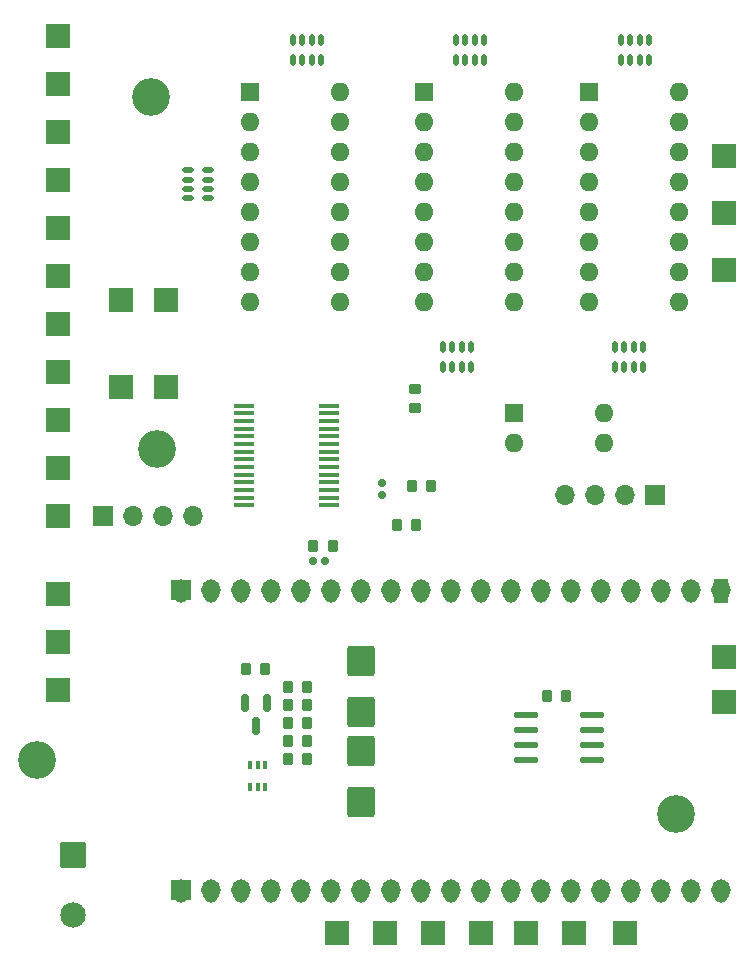
<source format=gts>
G04 #@! TF.GenerationSoftware,KiCad,Pcbnew,8.0.9-8.0.9-0~ubuntu22.04.1*
G04 #@! TF.CreationDate,2025-03-11T20:39:27+01:00*
G04 #@! TF.ProjectId,BrakeOutBoard,4272616b-654f-4757-9442-6f6172642e6b,rev?*
G04 #@! TF.SameCoordinates,Original*
G04 #@! TF.FileFunction,Soldermask,Top*
G04 #@! TF.FilePolarity,Negative*
%FSLAX46Y46*%
G04 Gerber Fmt 4.6, Leading zero omitted, Abs format (unit mm)*
G04 Created by KiCad (PCBNEW 8.0.9-8.0.9-0~ubuntu22.04.1) date 2025-03-11 20:39:27*
%MOMM*%
%LPD*%
G01*
G04 APERTURE LIST*
G04 Aperture macros list*
%AMRoundRect*
0 Rectangle with rounded corners*
0 $1 Rounding radius*
0 $2 $3 $4 $5 $6 $7 $8 $9 X,Y pos of 4 corners*
0 Add a 4 corners polygon primitive as box body*
4,1,4,$2,$3,$4,$5,$6,$7,$8,$9,$2,$3,0*
0 Add four circle primitives for the rounded corners*
1,1,$1+$1,$2,$3*
1,1,$1+$1,$4,$5*
1,1,$1+$1,$6,$7*
1,1,$1+$1,$8,$9*
0 Add four rect primitives between the rounded corners*
20,1,$1+$1,$2,$3,$4,$5,0*
20,1,$1+$1,$4,$5,$6,$7,0*
20,1,$1+$1,$6,$7,$8,$9,0*
20,1,$1+$1,$8,$9,$2,$3,0*%
G04 Aperture macros list end*
%ADD10R,1.200000X2.000000*%
%ADD11O,1.200000X2.000000*%
%ADD12R,1.600000X1.600000*%
%ADD13O,1.600000X1.600000*%
%ADD14RoundRect,0.219000X0.219000X0.294000X-0.219000X0.294000X-0.219000X-0.294000X0.219000X-0.294000X0*%
%ADD15RoundRect,0.150000X-0.150000X0.590000X-0.150000X-0.590000X0.150000X-0.590000X0.150000X0.590000X0*%
%ADD16RoundRect,0.250001X0.799999X-0.799999X0.799999X0.799999X-0.799999X0.799999X-0.799999X-0.799999X0*%
%ADD17RoundRect,0.250001X0.799999X0.799999X-0.799999X0.799999X-0.799999X-0.799999X0.799999X-0.799999X0*%
%ADD18RoundRect,0.102000X-0.975000X0.975000X-0.975000X-0.975000X0.975000X-0.975000X0.975000X0.975000X0*%
%ADD19C,2.154000*%
%ADD20O,0.476000X0.976000*%
%ADD21RoundRect,0.250001X-0.799999X-0.799999X0.799999X-0.799999X0.799999X0.799999X-0.799999X0.799999X0*%
%ADD22RoundRect,0.100000X0.100000X-0.225000X0.100000X0.225000X-0.100000X0.225000X-0.100000X-0.225000X0*%
%ADD23RoundRect,0.219000X-0.219000X-0.294000X0.219000X-0.294000X0.219000X0.294000X-0.219000X0.294000X0*%
%ADD24RoundRect,0.250001X-0.799999X0.799999X-0.799999X-0.799999X0.799999X-0.799999X0.799999X0.799999X0*%
%ADD25O,0.976000X0.476000*%
%ADD26O,2.050000X0.590000*%
%ADD27C,3.200000*%
%ADD28R,1.700000X1.700000*%
%ADD29O,1.700000X1.700000*%
%ADD30RoundRect,0.159000X-0.159000X-0.189000X0.159000X-0.189000X0.159000X0.189000X-0.159000X0.189000X0*%
%ADD31RoundRect,0.258261X0.929739X-1.029739X0.929739X1.029739X-0.929739X1.029739X-0.929739X-1.029739X0*%
%ADD32RoundRect,0.219000X-0.294000X0.219000X-0.294000X-0.219000X0.294000X-0.219000X0.294000X0.219000X0*%
%ADD33RoundRect,0.159000X0.189000X-0.159000X0.189000X0.159000X-0.189000X0.159000X-0.189000X-0.159000X0*%
%ADD34R,1.750000X0.450000*%
G04 APERTURE END LIST*
D10*
X183451600Y-123853200D03*
D11*
X180911600Y-123853200D03*
X178371600Y-123853200D03*
X175831600Y-123853200D03*
X173291600Y-123853200D03*
X170751600Y-123853200D03*
X168211600Y-123853200D03*
X165671600Y-123853200D03*
X163131600Y-123853200D03*
X160591600Y-123853200D03*
X158051600Y-123853200D03*
X155511600Y-123853200D03*
X152971600Y-123853200D03*
X150431600Y-123853200D03*
X147891600Y-123853200D03*
X145351600Y-123853200D03*
X142811600Y-123853200D03*
X140271600Y-123853200D03*
X137731600Y-123853200D03*
X137734320Y-149249520D03*
X140274320Y-149249520D03*
X142811600Y-149253200D03*
X145351600Y-149253200D03*
X147891600Y-149253200D03*
X150431600Y-149253200D03*
X152971600Y-149253200D03*
X155511600Y-149253200D03*
X158051600Y-149253200D03*
X160591600Y-149253200D03*
X163131600Y-149253200D03*
X165671600Y-149253200D03*
X168211600Y-149253200D03*
X170751600Y-149253200D03*
X173291600Y-149253200D03*
X175831600Y-149253200D03*
X178371600Y-149253200D03*
X180911600Y-149253200D03*
X183451600Y-149253200D03*
D12*
X158305600Y-81603200D03*
D13*
X158305600Y-84143200D03*
X158305600Y-86683200D03*
X158305600Y-89223200D03*
X158305600Y-91763200D03*
X158305600Y-94303200D03*
X158305600Y-96843200D03*
X158305600Y-99383200D03*
X165925600Y-99383200D03*
X165925600Y-96843200D03*
X165925600Y-94303200D03*
X165925600Y-91763200D03*
X165925600Y-89223200D03*
X165925600Y-86683200D03*
X165925600Y-84143200D03*
X165925600Y-81603200D03*
D14*
X150547600Y-120043200D03*
X148907600Y-120043200D03*
D15*
X145031600Y-133403200D03*
X143131600Y-133403200D03*
X144081600Y-135283200D03*
D16*
X127317600Y-109375200D03*
D17*
X171005600Y-152809200D03*
D18*
X128562600Y-146209700D03*
D19*
X128562600Y-151289700D03*
D14*
X157601600Y-118265200D03*
X155961600Y-118265200D03*
D20*
X149599600Y-77253200D03*
X148799600Y-77253200D03*
X147999600Y-77253200D03*
X147199600Y-77253200D03*
X147199600Y-78953200D03*
X147999600Y-78953200D03*
X148799600Y-78953200D03*
X149599600Y-78953200D03*
X159899600Y-104953200D03*
X160699600Y-104953200D03*
X161499600Y-104953200D03*
X162299600Y-104953200D03*
X162299600Y-103253200D03*
X161499600Y-103253200D03*
X160699600Y-103253200D03*
X159899600Y-103253200D03*
D16*
X127317600Y-101247200D03*
D14*
X144843600Y-130457200D03*
X143203600Y-130457200D03*
D21*
X150939600Y-152809200D03*
X159067600Y-152809200D03*
D22*
X143543600Y-140485200D03*
X144193600Y-140485200D03*
X144843600Y-140485200D03*
X144843600Y-138585200D03*
X144193600Y-138585200D03*
X143543600Y-138585200D03*
D23*
X146759600Y-136553200D03*
X148399600Y-136553200D03*
D24*
X183705600Y-91849200D03*
D21*
X132651600Y-99215200D03*
D25*
X138317600Y-88255200D03*
X138317600Y-89055200D03*
X138317600Y-89855200D03*
X138317600Y-90655200D03*
X140017600Y-90655200D03*
X140017600Y-89855200D03*
X140017600Y-89055200D03*
X140017600Y-88255200D03*
D20*
X177355600Y-77253200D03*
X176555600Y-77253200D03*
X175755600Y-77253200D03*
X174955600Y-77253200D03*
X174955600Y-78953200D03*
X175755600Y-78953200D03*
X176555600Y-78953200D03*
X177355600Y-78953200D03*
D26*
X166965600Y-134389200D03*
X166965600Y-135659200D03*
X166965600Y-136939200D03*
X166965600Y-138209200D03*
X172505600Y-138209200D03*
X172505600Y-136939200D03*
X172505600Y-135659200D03*
X172505600Y-134389200D03*
D21*
X136461600Y-99215200D03*
X155003600Y-152809200D03*
D27*
X179661600Y-142803200D03*
D16*
X127317600Y-105311200D03*
D28*
X137691800Y-123827800D03*
D29*
X140231800Y-123827800D03*
X142771800Y-123827800D03*
X145311800Y-123827800D03*
X147851800Y-123827800D03*
X150391800Y-123827800D03*
X152931800Y-123827800D03*
X155471800Y-123827800D03*
X158011800Y-123827800D03*
X160551800Y-123827800D03*
X163091800Y-123827800D03*
X165631800Y-123827800D03*
X168171800Y-123827800D03*
X170711800Y-123827800D03*
X173251800Y-123827800D03*
X175791800Y-123827800D03*
X178331800Y-123827800D03*
X180871800Y-123827800D03*
X183411800Y-123827800D03*
D16*
X127317600Y-132235200D03*
X127317600Y-124107200D03*
X127317600Y-84991200D03*
D30*
X148907600Y-121313200D03*
X149907600Y-121313200D03*
D28*
X177863600Y-115725200D03*
D29*
X175323600Y-115725200D03*
X172783600Y-115725200D03*
X170243600Y-115725200D03*
D31*
X152971600Y-141751200D03*
X152971600Y-137451200D03*
D24*
X183705600Y-87023200D03*
D14*
X170301600Y-132743200D03*
X168661600Y-132743200D03*
D23*
X146759600Y-133505200D03*
X148399600Y-133505200D03*
D12*
X172273100Y-81603200D03*
D13*
X172273100Y-84143200D03*
X172273100Y-86683200D03*
X172273100Y-89223200D03*
X172273100Y-91763200D03*
X172273100Y-94303200D03*
X172273100Y-96843200D03*
X172273100Y-99383200D03*
X179893100Y-99383200D03*
X179893100Y-96843200D03*
X179893100Y-94303200D03*
X179893100Y-91763200D03*
X179893100Y-89223200D03*
X179893100Y-86683200D03*
X179893100Y-84143200D03*
X179893100Y-81603200D03*
D27*
X135711600Y-111903200D03*
D24*
X183705600Y-133251200D03*
D12*
X143573600Y-81603200D03*
D13*
X143573600Y-84143200D03*
X143573600Y-86683200D03*
X143573600Y-89223200D03*
X143573600Y-91763200D03*
X143573600Y-94303200D03*
X143573600Y-96843200D03*
X143573600Y-99383200D03*
X151193600Y-99383200D03*
X151193600Y-96843200D03*
X151193600Y-94303200D03*
X151193600Y-91763200D03*
X151193600Y-89223200D03*
X151193600Y-86683200D03*
X151193600Y-84143200D03*
X151193600Y-81603200D03*
D21*
X132651600Y-106581200D03*
D16*
X127317600Y-89055200D03*
D21*
X163131600Y-152809200D03*
D28*
X131127600Y-117503200D03*
D29*
X133667600Y-117503200D03*
X136207600Y-117503200D03*
X138747600Y-117503200D03*
D23*
X146759600Y-138077200D03*
X148399600Y-138077200D03*
D27*
X125511600Y-138203200D03*
D16*
X127317600Y-128171200D03*
D24*
X183705600Y-129441200D03*
D23*
X146759600Y-135029200D03*
X148399600Y-135029200D03*
D32*
X157543600Y-106777200D03*
X157543600Y-108417200D03*
D16*
X127317600Y-80927200D03*
D12*
X165935600Y-108862200D03*
D13*
X165935600Y-111402200D03*
X173555600Y-111402200D03*
X173555600Y-108862200D03*
D27*
X135211600Y-82103200D03*
D16*
X127317600Y-97183200D03*
X127317600Y-117503200D03*
D33*
X154749600Y-115725200D03*
X154749600Y-114725200D03*
D31*
X152971600Y-134131200D03*
X152971600Y-129831200D03*
D28*
X137691800Y-149227800D03*
D29*
X140231800Y-149227800D03*
X142771800Y-149227800D03*
X145311800Y-149227800D03*
X147851800Y-149227800D03*
X150391800Y-149227800D03*
X152931800Y-149227800D03*
X155471800Y-149227800D03*
X158011800Y-149227800D03*
X160551800Y-149227800D03*
X163091800Y-149227800D03*
X165631800Y-149227800D03*
X168171800Y-149227800D03*
X170711800Y-149227800D03*
X173251800Y-149227800D03*
X175791800Y-149227800D03*
X178331800Y-149227800D03*
X180871800Y-149227800D03*
X183411800Y-149227800D03*
D17*
X166941600Y-152809200D03*
D14*
X158871600Y-114963200D03*
X157231600Y-114963200D03*
D16*
X127317600Y-113439200D03*
D34*
X143021600Y-108198200D03*
X143021600Y-108848200D03*
X143021600Y-109498200D03*
X143021600Y-110148200D03*
X143021600Y-110798200D03*
X143021600Y-111448200D03*
X143021600Y-112098200D03*
X143021600Y-112748200D03*
X143021600Y-113398200D03*
X143021600Y-114048200D03*
X143021600Y-114698200D03*
X143021600Y-115348200D03*
X143021600Y-115998200D03*
X143021600Y-116648200D03*
X150221600Y-116648200D03*
X150221600Y-115998200D03*
X150221600Y-115348200D03*
X150221600Y-114698200D03*
X150221600Y-114048200D03*
X150221600Y-113398200D03*
X150221600Y-112748200D03*
X150221600Y-112098200D03*
X150221600Y-111448200D03*
X150221600Y-110798200D03*
X150221600Y-110148200D03*
X150221600Y-109498200D03*
X150221600Y-108848200D03*
X150221600Y-108198200D03*
D16*
X127317600Y-93119200D03*
D21*
X175323600Y-152809200D03*
D20*
X163385600Y-77253200D03*
X162585600Y-77253200D03*
X161785600Y-77253200D03*
X160985600Y-77253200D03*
X160985600Y-78953200D03*
X161785600Y-78953200D03*
X162585600Y-78953200D03*
X163385600Y-78953200D03*
D24*
X183705600Y-96675200D03*
D21*
X136461600Y-106581200D03*
D20*
X174447600Y-104953200D03*
X175247600Y-104953200D03*
X176047600Y-104953200D03*
X176847600Y-104953200D03*
X176847600Y-103253200D03*
X176047600Y-103253200D03*
X175247600Y-103253200D03*
X174447600Y-103253200D03*
D24*
X127317600Y-76863200D03*
D14*
X148399600Y-131981200D03*
X146759600Y-131981200D03*
M02*

</source>
